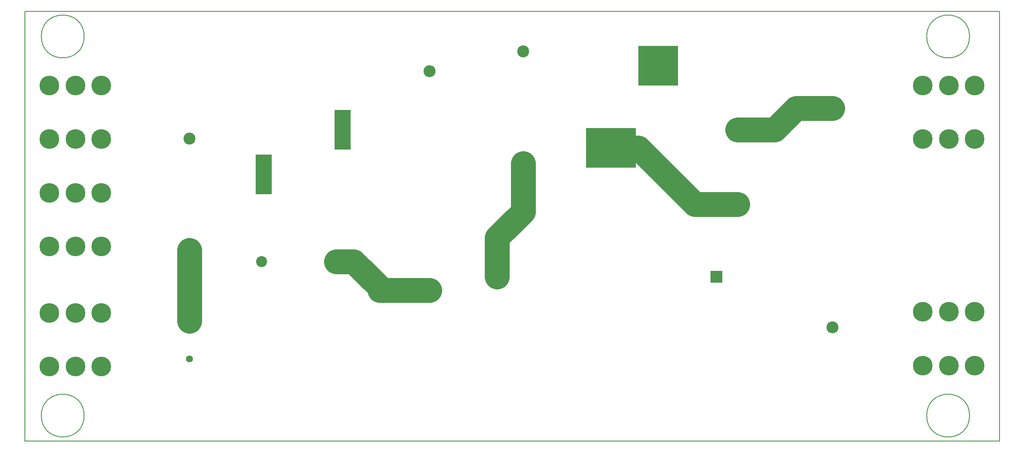
<source format=gbr>
%TF.GenerationSoftware,KiCad,Pcbnew,7.0.7*%
%TF.CreationDate,2023-09-25T09:53:38+02:00*%
%TF.ProjectId,GradientAmplifierFilter_V1,47726164-6965-46e7-9441-6d706c696669,rev?*%
%TF.SameCoordinates,Original*%
%TF.FileFunction,Copper,L1,Top*%
%TF.FilePolarity,Positive*%
%FSLAX46Y46*%
G04 Gerber Fmt 4.6, Leading zero omitted, Abs format (unit mm)*
G04 Created by KiCad (PCBNEW 7.0.7) date 2023-09-25 09:53:38*
%MOMM*%
%LPD*%
G01*
G04 APERTURE LIST*
%TA.AperFunction,ComponentPad*%
%ADD10R,3.200000X8.000000*%
%TD*%
%TA.AperFunction,ComponentPad*%
%ADD11C,3.960000*%
%TD*%
%TA.AperFunction,ComponentPad*%
%ADD12C,2.200000*%
%TD*%
%TA.AperFunction,ComponentPad*%
%ADD13R,10.000000X8.000000*%
%TD*%
%TA.AperFunction,ComponentPad*%
%ADD14R,8.000000X8.000000*%
%TD*%
%TA.AperFunction,ComponentPad*%
%ADD15R,2.400000X2.400000*%
%TD*%
%TA.AperFunction,ComponentPad*%
%ADD16O,2.400000X2.400000*%
%TD*%
%TA.AperFunction,ComponentPad*%
%ADD17C,2.400000*%
%TD*%
%TA.AperFunction,ComponentPad*%
%ADD18O,1.400000X1.400000*%
%TD*%
%TA.AperFunction,ComponentPad*%
%ADD19C,1.400000*%
%TD*%
%TA.AperFunction,Conductor*%
%ADD20C,5.000000*%
%TD*%
%TA.AperFunction,Profile*%
%ADD21C,0.150000*%
%TD*%
G04 APERTURE END LIST*
D10*
%TO.P,U1,1,1*%
%TO.N,GradientIn+*%
X32990000Y-56500000D03*
%TO.P,U1,2,2*%
%TO.N,GradientOut+*%
X48790000Y-47500000D03*
%TD*%
D11*
%TO.P,J4,1,1*%
%TO.N,GradientIn-*%
X165220000Y-94890000D03*
%TO.P,J4,2,2*%
X165220000Y-84090000D03*
%TO.P,J4,3,3*%
X170430000Y-94890000D03*
%TO.P,J4,4,4*%
X170430000Y-84090000D03*
%TO.P,J4,5,5*%
X175640000Y-94890000D03*
%TO.P,J4,6,6*%
X175640000Y-84090000D03*
%TD*%
D12*
%TO.P,C1,1*%
%TO.N,GradientIn+*%
X32500000Y-74000000D03*
%TO.P,C1,2*%
%TO.N,Net-(C1-Pad2)*%
X47500000Y-74000000D03*
%TD*%
D11*
%TO.P,J1,1,1*%
%TO.N,GradientIn+*%
X380000Y-38610000D03*
%TO.P,J1,2,2*%
X380000Y-49410000D03*
%TO.P,J1,3,3*%
X-4830000Y-38610000D03*
%TO.P,J1,4,4*%
X-4830000Y-49410000D03*
%TO.P,J1,5,5*%
X-10040000Y-38610000D03*
%TO.P,J1,6,6*%
X-10040000Y-49410000D03*
%TD*%
D13*
%TO.P,L1,1*%
%TO.N,Net-(C2-Pad1)*%
X102600000Y-51150000D03*
D14*
%TO.P,L1,2*%
%TO.N,GradientOut+*%
X112120000Y-34650000D03*
%TD*%
D15*
%TO.P,R3,1*%
%TO.N,Net-(C2-Pad2)*%
X147050000Y-43200000D03*
D16*
%TO.P,R3,2*%
%TO.N,Earth*%
X147050000Y-87200000D03*
%TD*%
D15*
%TO.P,R1,1*%
%TO.N,Net-(C1-Pad2)*%
X66240000Y-79780000D03*
D16*
%TO.P,R1,2*%
%TO.N,GradientOut+*%
X66240000Y-35780000D03*
%TD*%
D11*
%TO.P,J3,1,1*%
%TO.N,Earth*%
X-10040000Y-71000000D03*
%TO.P,J3,2,2*%
X-10040000Y-60200000D03*
%TO.P,J3,3,3*%
X-4830000Y-71000000D03*
%TO.P,J3,4,4*%
X-4830000Y-60200000D03*
%TO.P,J3,5,5*%
X380000Y-71000000D03*
%TO.P,J3,6,6*%
X380000Y-60200000D03*
%TD*%
D15*
%TO.P,R2,1*%
%TO.N,Earth*%
X123800000Y-77050000D03*
D16*
%TO.P,R2,2*%
%TO.N,Net-(C4-Pad2)*%
X79800000Y-77050000D03*
%TD*%
D17*
%TO.P,C4,1*%
%TO.N,GradientOut+*%
X85000000Y-31750000D03*
%TO.P,C4,2*%
%TO.N,Net-(C4-Pad2)*%
X85000000Y-54250000D03*
%TD*%
%TO.P,C2,1*%
%TO.N,Net-(C2-Pad1)*%
X128000000Y-62500000D03*
%TO.P,C2,2*%
%TO.N,Net-(C2-Pad2)*%
X128000000Y-47500000D03*
%TD*%
D11*
%TO.P,J5,1,1*%
%TO.N,GradientOut+*%
X165220000Y-49410000D03*
%TO.P,J5,2,2*%
X165220000Y-38610000D03*
%TO.P,J5,3,3*%
X170430000Y-49410000D03*
%TO.P,J5,4,4*%
X170430000Y-38610000D03*
%TO.P,J5,5,5*%
X175640000Y-49410000D03*
%TO.P,J5,6,6*%
X175640000Y-38610000D03*
%TD*%
D17*
%TO.P,C3,1*%
%TO.N,GradientIn+*%
X18030000Y-49270000D03*
%TO.P,C3,2*%
%TO.N,Net-(C3-Pad2)*%
X18030000Y-71770000D03*
%TD*%
D18*
%TO.P,R4,2*%
%TO.N,Net-(C3-Pad2)*%
X18030000Y-85920000D03*
D19*
%TO.P,R4,1*%
%TO.N,GradientIn-*%
X18030000Y-93540000D03*
%TD*%
D11*
%TO.P,J2,1,1*%
%TO.N,GradientIn-*%
X380000Y-84330000D03*
%TO.P,J2,2,2*%
X380000Y-95130000D03*
%TO.P,J2,3,3*%
X-4830000Y-84330000D03*
%TO.P,J2,4,4*%
X-4830000Y-95130000D03*
%TO.P,J2,5,5*%
X-10040000Y-84330000D03*
%TO.P,J2,6,6*%
X-10040000Y-95130000D03*
%TD*%
D20*
%TO.N,Net-(C3-Pad2)*%
X18030000Y-71770000D02*
X18030000Y-85920000D01*
%TO.N,Net-(C1-Pad2)*%
X47500000Y-74000000D02*
X51000000Y-74000000D01*
X51000000Y-74000000D02*
X56220000Y-79220000D01*
X56220000Y-79220000D02*
X56220000Y-79780000D01*
X56220000Y-79780000D02*
X66240000Y-79780000D01*
%TO.N,Net-(C2-Pad1)*%
X119500000Y-62500000D02*
X128000000Y-62500000D01*
X102600000Y-51150000D02*
X108150000Y-51150000D01*
X108150000Y-51150000D02*
X119500000Y-62500000D01*
%TO.N,Net-(C2-Pad2)*%
X135500000Y-47500000D02*
X139800000Y-43200000D01*
X139800000Y-43200000D02*
X147050000Y-43200000D01*
X128000000Y-47500000D02*
X135500000Y-47500000D01*
%TO.N,Net-(C4-Pad2)*%
X85000000Y-64000000D02*
X85000000Y-54250000D01*
X79800000Y-69200000D02*
X85000000Y-64000000D01*
X79800000Y-77050000D02*
X79800000Y-69200000D01*
%TD*%
D21*
X-14990000Y-23690000D02*
X180590000Y-23690000D01*
X180590000Y-110050000D01*
X-14990000Y-110050000D01*
X-14990000Y-23690000D01*
X-3070000Y-28770000D02*
G75*
G03*
X-3070000Y-28770000I-4300000J0D01*
G01*
X174600000Y-104970000D02*
G75*
G03*
X174600000Y-104970000I-4300000J0D01*
G01*
X174600000Y-28770000D02*
G75*
G03*
X174600000Y-28770000I-4300000J0D01*
G01*
X-3070000Y-104970000D02*
G75*
G03*
X-3070000Y-104970000I-4300000J0D01*
G01*
M02*

</source>
